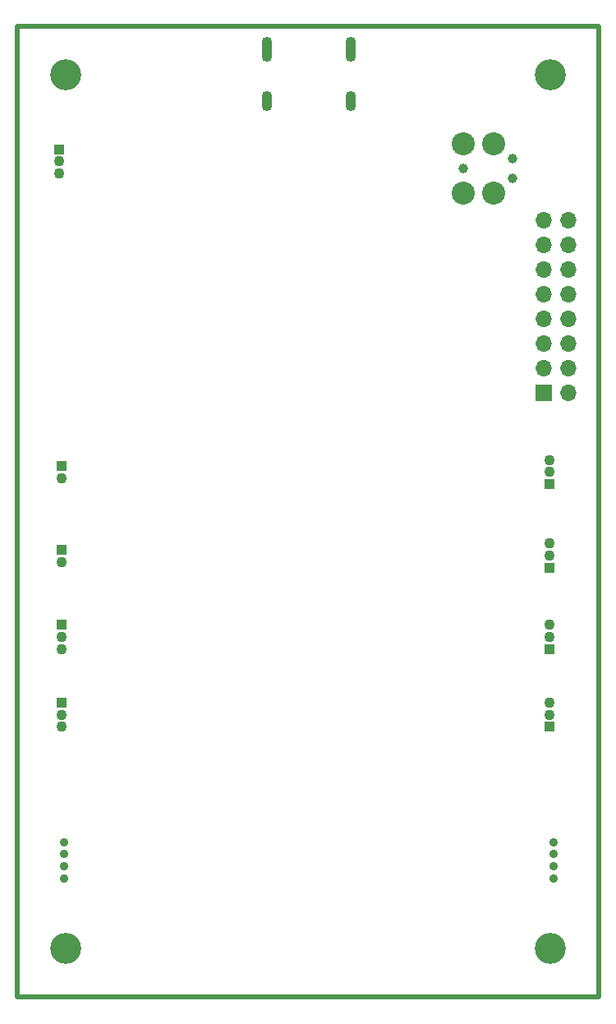
<source format=gbr>
%TF.GenerationSoftware,KiCad,Pcbnew,8.0.3*%
%TF.CreationDate,2024-06-18T17:24:28+01:00*%
%TF.ProjectId,Basic_DSP_V0_1,42617369-635f-4445-9350-5f56305f312e,rev?*%
%TF.SameCoordinates,Original*%
%TF.FileFunction,Soldermask,Bot*%
%TF.FilePolarity,Negative*%
%FSLAX46Y46*%
G04 Gerber Fmt 4.6, Leading zero omitted, Abs format (unit mm)*
G04 Created by KiCad (PCBNEW 8.0.3) date 2024-06-18 17:24:28*
%MOMM*%
%LPD*%
G01*
G04 APERTURE LIST*
%ADD10C,3.200000*%
%ADD11R,1.100000X1.100000*%
%ADD12C,1.100000*%
%ADD13C,0.900000*%
%ADD14C,2.374900*%
%ADD15C,0.990600*%
%ADD16R,1.700000X1.700000*%
%ADD17O,1.700000X1.700000*%
%ADD18O,1.100000X2.100000*%
%ADD19O,1.100000X2.600000*%
%TA.AperFunction,Profile*%
%ADD20C,0.500000*%
%TD*%
G04 APERTURE END LIST*
D10*
%TO.C,H3*%
X128400000Y-399100000D03*
%TD*%
%TO.C,H4*%
X78400000Y-399100000D03*
%TD*%
D11*
%TO.C,J2*%
X78000000Y-365750000D03*
D12*
X78000000Y-367000000D03*
X78000000Y-368250000D03*
%TD*%
D10*
%TO.C,H1*%
X78400000Y-309100000D03*
%TD*%
D11*
%TO.C,J8*%
X128300000Y-359875000D03*
D12*
X128300000Y-358625000D03*
X128300000Y-357375000D03*
%TD*%
D11*
%TO.C,J7*%
X128300000Y-351250000D03*
D12*
X128300000Y-350000000D03*
X128300000Y-348750000D03*
%TD*%
D13*
%TO.C,J11*%
X78275000Y-388125000D03*
X78275000Y-389375000D03*
X78275000Y-390625000D03*
X78275000Y-391875000D03*
%TD*%
D11*
%TO.C,J15*%
X78000000Y-358000000D03*
D12*
X78000000Y-359250000D03*
%TD*%
D14*
%TO.C,J12*%
X119360000Y-316160000D03*
D15*
X119360000Y-318700000D03*
D14*
X119360000Y-321240000D03*
X122535000Y-316160000D03*
X122535000Y-321240000D03*
D15*
X124440000Y-317684000D03*
X124440000Y-319716000D03*
%TD*%
D11*
%TO.C,J1*%
X77700000Y-316750000D03*
D12*
X77700000Y-318000000D03*
X77700000Y-319250000D03*
%TD*%
D11*
%TO.C,J3*%
X78000000Y-373750000D03*
D12*
X78000000Y-375000000D03*
X78000000Y-376250000D03*
%TD*%
D11*
%TO.C,J14*%
X78000000Y-349375000D03*
D12*
X78000000Y-350625000D03*
%TD*%
D13*
%TO.C,J6*%
X128725000Y-391875000D03*
X128725000Y-390625000D03*
X128725000Y-389375000D03*
X128725000Y-388125000D03*
%TD*%
D10*
%TO.C,H2*%
X128400000Y-309100000D03*
%TD*%
D16*
%TO.C,J16*%
X127710000Y-341875000D03*
D17*
X130250000Y-341875000D03*
X127710000Y-339335000D03*
X130250000Y-339335000D03*
X127710000Y-336795000D03*
X130250000Y-336795000D03*
X127710000Y-334255000D03*
X130250000Y-334255000D03*
X127710000Y-331715000D03*
X130250000Y-331715000D03*
X127710000Y-329175000D03*
X130250000Y-329175000D03*
X127710000Y-326635000D03*
X130250000Y-326635000D03*
X127710000Y-324095000D03*
X130250000Y-324095000D03*
%TD*%
D11*
%TO.C,J10*%
X128300000Y-376250000D03*
D12*
X128300000Y-375000000D03*
X128300000Y-373750000D03*
%TD*%
D11*
%TO.C,J9*%
X128300000Y-368250000D03*
D12*
X128300000Y-367000000D03*
X128300000Y-365750000D03*
%TD*%
D18*
%TO.C,J13*%
X107820000Y-311805000D03*
D19*
X107820000Y-306445000D03*
D18*
X99180000Y-311805000D03*
D19*
X99180000Y-306445000D03*
%TD*%
D20*
X73400000Y-304100000D02*
X133400000Y-304100000D01*
X133400000Y-404100000D01*
X73400000Y-404100000D01*
X73400000Y-304100000D01*
M02*

</source>
